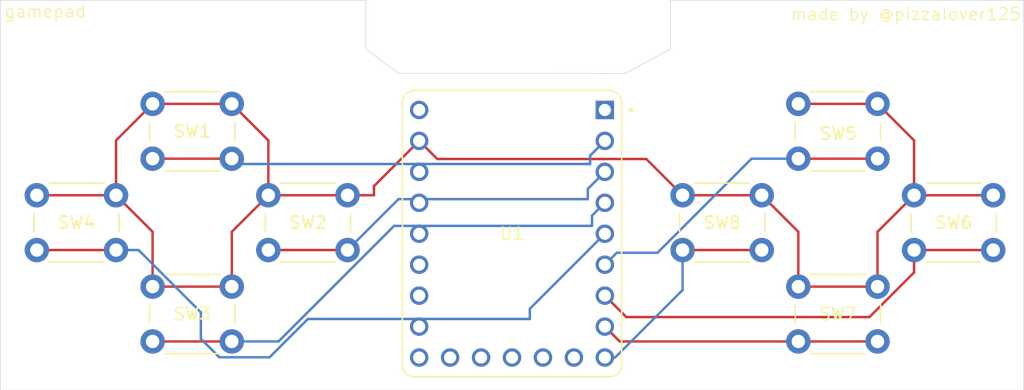
<source format=kicad_pcb>
(kicad_pcb (version 20240108) (generator "pcbnew") (generator_version "8.0")
  (layers (0 "F.Cu" signal) (31 "B.Cu" signal) (34 "B.Paste" user) (35 "F.Paste" user) (36 "B.SilkS" user "B.Silkscreen") (37 "F.SilkS" user "F.Silkscreen") (38 "B.Mask" user) (39 "F.Mask" user) (44 "Edge.Cuts" user))
  (net 0 "")
  (net 2 "GND")
  (net 4 "GP7")
  (net 5 "GP2")
  (net 6 "GP3")
  (net 8 "GP5")
  (net 11 "GP8")
  (net 13 "GP4")
  (net 14 "GP6")
  (net 16 "GP1")
  (net 23 "+5V")
  (footprint "Button_Switch_THT:SW_PUSH_6mm_H4.3mm" (layer "F.Cu") (at 105 50)
    (property "Reference" "SW6" (at 3.25 2.25 0) (layer "F.SilkS"))
    (property "Value" "SW_Push" (hide yes))
    (fp_line (start -0.25 1.5) (end -0.25 3) (stroke (width 0.12)) (layer "F.SilkS"))
    (fp_line (start 1 5.5) (end 5.5 5.5) (stroke (width 0.12)) (layer "F.SilkS"))
    (fp_line (start 5.5 -1) (end 1 -1) (stroke (width 0.12)) (layer "F.SilkS"))
    (fp_line (start 6.75 3) (end 6.75 1.5) (stroke (width 0.12)) (layer "F.SilkS"))
    (pad "1" thru_hole circle (at 0 0 90) (size 2 2) (drill 1.1) (layers "*.Cu" "*.Mask") (net 2 "GND"))
    (pad "1" thru_hole circle (at 6.5 0 90) (size 2 2) (drill 1.1) (layers "*.Cu" "*.Mask") (net 2 "GND"))
    (pad "2" thru_hole circle (at 0 4.5 90) (size 2 2) (drill 1.1) (layers "*.Cu" "*.Mask") (net 14 "GP6"))
    (pad "2" thru_hole circle (at 6.5 4.5 90) (size 2 2) (drill 1.1) (layers "*.Cu" "*.Mask") (net 14 "GP6"))
  )
  (footprint "Button_Switch_THT:SW_PUSH_6mm_H4.3mm" (layer "F.Cu") (at 42.5 42.5)
    (property "Reference" "SW1" (at 3.25 2.25 0) (layer "F.SilkS"))
    (property "Value" "SW_Push" (hide yes))
    (fp_line (start -0.25 1.5) (end -0.25 3) (stroke (width 0.12)) (layer "F.SilkS"))
    (fp_line (start 1 5.5) (end 5.5 5.5) (stroke (width 0.12)) (layer "F.SilkS"))
    (fp_line (start 5.5 -1) (end 1 -1) (stroke (width 0.12)) (layer "F.SilkS"))
    (fp_line (start 6.75 3) (end 6.75 1.5) (stroke (width 0.12)) (layer "F.SilkS"))
    (pad "1" thru_hole circle (at 0 0 90) (size 2 2) (drill 1.1) (layers "*.Cu" "*.Mask") (net 2 "GND"))
    (pad "1" thru_hole circle (at 6.5 0 90) (size 2 2) (drill 1.1) (layers "*.Cu" "*.Mask") (net 2 "GND"))
    (pad "2" thru_hole circle (at 0 4.5 90) (size 2 2) (drill 1.1) (layers "*.Cu" "*.Mask") (net 16 "GP1"))
    (pad "2" thru_hole circle (at 6.5 4.5 90) (size 2 2) (drill 1.1) (layers "*.Cu" "*.Mask") (net 16 "GP1"))
  )
  (footprint "Button_Switch_THT:SW_PUSH_6mm_H4.3mm" (layer "F.Cu") (at 42.5 57.5)
    (property "Reference" "SW3" (at 3.25 2.25 0) (layer "F.SilkS"))
    (property "Value" "SW_Push" (hide yes))
    (fp_line (start -0.25 1.5) (end -0.25 3) (stroke (width 0.12)) (layer "F.SilkS"))
    (fp_line (start 1 5.5) (end 5.5 5.5) (stroke (width 0.12)) (layer "F.SilkS"))
    (fp_line (start 5.5 -1) (end 1 -1) (stroke (width 0.12)) (layer "F.SilkS"))
    (fp_line (start 6.75 3) (end 6.75 1.5) (stroke (width 0.12)) (layer "F.SilkS"))
    (pad "1" thru_hole circle (at 0 0 90) (size 2 2) (drill 1.1) (layers "*.Cu" "*.Mask") (net 2 "GND"))
    (pad "1" thru_hole circle (at 6.5 0 90) (size 2 2) (drill 1.1) (layers "*.Cu" "*.Mask") (net 2 "GND"))
    (pad "2" thru_hole circle (at 0 4.5 90) (size 2 2) (drill 1.1) (layers "*.Cu" "*.Mask") (net 6 "GP3"))
    (pad "2" thru_hole circle (at 6.5 4.5 90) (size 2 2) (drill 1.1) (layers "*.Cu" "*.Mask") (net 6 "GP3"))
  )
  (footprint "Button_Switch_THT:SW_PUSH_6mm_H4.3mm" (layer "F.Cu") (at 95.5 57.5)
    (property "Reference" "SW7" (at 3.25 2.25 0) (layer "F.SilkS"))
    (property "Value" "SW_Push" (hide yes))
    (fp_line (start -0.25 1.5) (end -0.25 3) (stroke (width 0.12)) (layer "F.SilkS"))
    (fp_line (start 1 5.5) (end 5.5 5.5) (stroke (width 0.12)) (layer "F.SilkS"))
    (fp_line (start 5.5 -1) (end 1 -1) (stroke (width 0.12)) (layer "F.SilkS"))
    (fp_line (start 6.75 3) (end 6.75 1.5) (stroke (width 0.12)) (layer "F.SilkS"))
    (pad "1" thru_hole circle (at 0 0 90) (size 2 2) (drill 1.1) (layers "*.Cu" "*.Mask") (net 2 "GND"))
    (pad "1" thru_hole circle (at 6.5 0 90) (size 2 2) (drill 1.1) (layers "*.Cu" "*.Mask") (net 2 "GND"))
    (pad "2" thru_hole circle (at 0 4.5 90) (size 2 2) (drill 1.1) (layers "*.Cu" "*.Mask") (net 4 "GP7"))
    (pad "2" thru_hole circle (at 6.5 4.5 90) (size 2 2) (drill 1.1) (layers "*.Cu" "*.Mask") (net 4 "GP7"))
  )
  (footprint "Button_Switch_THT:SW_PUSH_6mm_H4.3mm" (layer "F.Cu") (at 52 50)
    (property "Reference" "SW2" (at 3.25 2.25 0) (layer "F.SilkS"))
    (property "Value" "SW_Push" (hide yes))
    (fp_line (start -0.25 1.5) (end -0.25 3) (stroke (width 0.12)) (layer "F.SilkS"))
    (fp_line (start 1 5.5) (end 5.5 5.5) (stroke (width 0.12)) (layer "F.SilkS"))
    (fp_line (start 5.5 -1) (end 1 -1) (stroke (width 0.12)) (layer "F.SilkS"))
    (fp_line (start 6.75 3) (end 6.75 1.5) (stroke (width 0.12)) (layer "F.SilkS"))
    (pad "1" thru_hole circle (at 0 0 90) (size 2 2) (drill 1.1) (layers "*.Cu" "*.Mask") (net 2 "GND"))
    (pad "1" thru_hole circle (at 6.5 0 90) (size 2 2) (drill 1.1) (layers "*.Cu" "*.Mask") (net 2 "GND"))
    (pad "2" thru_hole circle (at 0 4.5 90) (size 2 2) (drill 1.1) (layers "*.Cu" "*.Mask") (net 5 "GP2"))
    (pad "2" thru_hole circle (at 6.5 4.5 90) (size 2 2) (drill 1.1) (layers "*.Cu" "*.Mask") (net 5 "GP2"))
  )
  (footprint "Button_Switch_THT:SW_PUSH_6mm_H4.3mm" (layer "F.Cu") (at 86 50)
    (property "Reference" "SW8" (at 3.25 2.25 0) (layer "F.SilkS"))
    (property "Value" "SW_Push" (hide yes))
    (fp_line (start -0.25 1.5) (end -0.25 3) (stroke (width 0.12)) (layer "F.SilkS"))
    (fp_line (start 1 5.5) (end 5.5 5.5) (stroke (width 0.12)) (layer "F.SilkS"))
    (fp_line (start 5.5 -1) (end 1 -1) (stroke (width 0.12)) (layer "F.SilkS"))
    (fp_line (start 6.75 3) (end 6.75 1.5) (stroke (width 0.12)) (layer "F.SilkS"))
    (pad "1" thru_hole circle (at 0 0 90) (size 2 2) (drill 1.1) (layers "*.Cu" "*.Mask") (net 2 "GND"))
    (pad "1" thru_hole circle (at 6.5 0 90) (size 2 2) (drill 1.1) (layers "*.Cu" "*.Mask") (net 2 "GND"))
    (pad "2" thru_hole circle (at 0 4.5 90) (size 2 2) (drill 1.1) (layers "*.Cu" "*.Mask") (net 11 "GP8"))
    (pad "2" thru_hole circle (at 6.5 4.5 90) (size 2 2) (drill 1.1) (layers "*.Cu" "*.Mask") (net 11 "GP8"))
  )
  (footprint "Button_Switch_THT:SW_PUSH_6mm_H4.3mm" (layer "F.Cu") (at 33 50)
    (property "Reference" "SW4" (at 3.25 2.25 0) (layer "F.SilkS"))
    (property "Value" "SW_Push" (hide yes))
    (fp_line (start -0.25 1.5) (end -0.25 3) (stroke (width 0.12)) (layer "F.SilkS"))
    (fp_line (start 1 5.5) (end 5.5 5.5) (stroke (width 0.12)) (layer "F.SilkS"))
    (fp_line (start 5.5 -1) (end 1 -1) (stroke (width 0.12)) (layer "F.SilkS"))
    (fp_line (start 6.75 3) (end 6.75 1.5) (stroke (width 0.12)) (layer "F.SilkS"))
    (pad "1" thru_hole circle (at 0 0 90) (size 2 2) (drill 1.1) (layers "*.Cu" "*.Mask") (net 2 "GND"))
    (pad "1" thru_hole circle (at 6.5 0 90) (size 2 2) (drill 1.1) (layers "*.Cu" "*.Mask") (net 2 "GND"))
    (pad "2" thru_hole circle (at 0 4.5 90) (size 2 2) (drill 1.1) (layers "*.Cu" "*.Mask") (net 13 "GP4"))
    (pad "2" thru_hole circle (at 6.5 4.5 90) (size 2 2) (drill 1.1) (layers "*.Cu" "*.Mask") (net 13 "GP4"))
  )
  (footprint "Button_Switch_THT:SW_PUSH_6mm_H4.3mm" (layer "F.Cu") (at 95.5 42.5)
    (property "Reference" "SW5" (at 3.28 2.43 0) (layer "F.SilkS"))
    (property "Value" "SW_Push" (hide yes))
    (fp_line (start -0.25 1.5) (end -0.25 3) (stroke (width 0.12)) (layer "F.SilkS"))
    (fp_line (start 1 5.5) (end 5.5 5.5) (stroke (width 0.12)) (layer "F.SilkS"))
    (fp_line (start 5.5 -1) (end 1 -1) (stroke (width 0.12)) (layer "F.SilkS"))
    (fp_line (start 6.75 3) (end 6.75 1.5) (stroke (width 0.12)) (layer "F.SilkS"))
    (pad "1" thru_hole circle (at 0 0 90) (size 2 2) (drill 1.1) (layers "*.Cu" "*.Mask") (net 2 "GND"))
    (pad "1" thru_hole circle (at 6.5 0 90) (size 2 2) (drill 1.1) (layers "*.Cu" "*.Mask") (net 2 "GND"))
    (pad "2" thru_hole circle (at 0 4.5 90) (size 2 2) (drill 1.1) (layers "*.Cu" "*.Mask") (net 8 "GP5"))
    (pad "2" thru_hole circle (at 6.5 4.5 90) (size 2 2) (drill 1.1) (layers "*.Cu" "*.Mask") (net 8 "GP5"))
  )
  (footprint "RP2040 ZERO:MODULE_RP2040-ZERO" (layer "F.Cu") (at 72 53.16)
    (property "Reference" "U1" (at 0 0 0) (layer "F.SilkS"))
    (property "Value" "RP2040-ZERO")
    (fp_line (start -9 -10.75) (end -9 10.75) (stroke (width 0.127)) (layer "F.SilkS"))
    (fp_line (start -8 11.75) (end 8 11.75) (stroke (width 0.127)) (layer "F.SilkS"))
    (fp_line (start 8 -11.75) (end -8 -11.75) (stroke (width 0.127)) (layer "F.SilkS"))
    (fp_line (start 9 10.75) (end 9 -10.75) (stroke (width 0.127)) (layer "F.SilkS"))
    (fp_arc (start -9 -10.75) (mid -8.707107 -11.457107) (end -8 -11.75) (stroke (width 0.127)) (layer "F.SilkS"))
    (fp_arc (start -8 11.75) (mid -8.707107 11.457107) (end -9 10.75) (stroke (width 0.127)) (layer "F.SilkS"))
    (fp_arc (start 8 -11.75) (mid 8.707107 -11.457107) (end 9 -10.75) (stroke (width 0.127)) (layer "F.SilkS"))
    (fp_arc (start 9 10.75) (mid 8.707107 11.457107) (end 8 11.75) (stroke (width 0.127)) (layer "F.SilkS"))
    (fp_circle (center 9.75 -10.16) (end 9.85 -10.16) (stroke (width 0.2)) (fill none) (layer "F.SilkS"))
    (pad "1" thru_hole rect (at 7.62 -10.16) (size 1.508 1.508) (drill 1) (layers "*.Cu" "*.Mask"))
    (pad "2" thru_hole circle (at 7.62 -7.62) (size 1.508 1.508) (drill 1) (layers "*.Cu" "*.Mask") (net 16 "GP1"))
    (pad "3" thru_hole circle (at 7.62 -5.08) (size 1.508 1.508) (drill 1) (layers "*.Cu" "*.Mask") (net 5 "GP2"))
    (pad "4" thru_hole circle (at 7.62 -2.54) (size 1.508 1.508) (drill 1) (layers "*.Cu" "*.Mask") (net 6 "GP3"))
    (pad "5" thru_hole circle (at 7.62 0) (size 1.508 1.508) (drill 1) (layers "*.Cu" "*.Mask") (net 13 "GP4"))
    (pad "6" thru_hole circle (at 7.62 2.54) (size 1.508 1.508) (drill 1) (layers "*.Cu" "*.Mask") (net 8 "GP5"))
    (pad "7" thru_hole circle (at 7.62 5.08) (size 1.508 1.508) (drill 1) (layers "*.Cu" "*.Mask") (net 14 "GP6"))
    (pad "8" thru_hole circle (at 7.62 7.62) (size 1.508 1.508) (drill 1) (layers "*.Cu" "*.Mask") (net 4 "GP7"))
    (pad "9" thru_hole circle (at 7.62 10.16) (size 1.508 1.508) (drill 1) (layers "*.Cu" "*.Mask") (net 11 "GP8"))
    (pad "10" thru_hole circle (at 5.08 10.16) (size 1.508 1.508) (drill 1) (layers "*.Cu" "*.Mask"))
    (pad "11" thru_hole circle (at 2.54 10.16) (size 1.508 1.508) (drill 1) (layers "*.Cu" "*.Mask"))
    (pad "12" thru_hole circle (at 0 10.16) (size 1.508 1.508) (drill 1) (layers "*.Cu" "*.Mask"))
    (pad "13" thru_hole circle (at -2.54 10.16) (size 1.508 1.508) (drill 1) (layers "*.Cu" "*.Mask"))
    (pad "14" thru_hole circle (at -5.08 10.16) (size 1.508 1.508) (drill 1) (layers "*.Cu" "*.Mask"))
    (pad "15" thru_hole circle (at -7.62 10.16) (size 1.508 1.508) (drill 1) (layers "*.Cu" "*.Mask"))
    (pad "16" thru_hole circle (at -7.62 7.62) (size 1.508 1.508) (drill 1) (layers "*.Cu" "*.Mask"))
    (pad "17" thru_hole circle (at -7.62 5.08) (size 1.508 1.508) (drill 1) (layers "*.Cu" "*.Mask"))
    (pad "18" thru_hole circle (at -7.62 2.54) (size 1.508 1.508) (drill 1) (layers "*.Cu" "*.Mask"))
    (pad "19" thru_hole circle (at -7.62 0) (size 1.508 1.508) (drill 1) (layers "*.Cu" "*.Mask"))
    (pad "20" thru_hole circle (at -7.62 -2.54) (size 1.508 1.508) (drill 1) (layers "*.Cu" "*.Mask"))
    (pad "21" thru_hole circle (at -7.62 -5.08) (size 1.508 1.508) (drill 1) (layers "*.Cu" "*.Mask"))
    (pad "22" thru_hole circle (at -7.62 -7.62) (size 1.508 1.508) (drill 1) (layers "*.Cu" "*.Mask") (net 2 "GND"))
    (pad "23" thru_hole circle (at -7.62 -10.16) (size 1.508 1.508) (drill 1) (layers "*.Cu" "*.Mask") (net 23 "+5V"))
  )
  (gr_line (start 85 34) (end 114 34) (stroke (width 0.05)) (layer "Edge.Cuts"))
  (gr_line (start 30 34) (end 60 34) (stroke (width 0.05)) (layer "Edge.Cuts"))
  (gr_line (start 60 34) (end 60 38) (stroke (width 0.05)) (layer "Edge.Cuts"))
  (gr_line (start 114 34) (end 114 66) (stroke (width 0.05)) (layer "Edge.Cuts"))
  (gr_line (start 30 66) (end 114 66) (stroke (width 0.05)) (layer "Edge.Cuts"))
  (gr_line (start 60 38) (end 62.71 40) (stroke (width 0.05)) (layer "Edge.Cuts"))
  (gr_line (start 62.71 40) (end 81.28 40.01) (stroke (width 0.05)) (layer "Edge.Cuts"))
  (gr_line (start 30 66) (end 30 34) (stroke (width 0.05)) (layer "Edge.Cuts"))
  (gr_line (start 85 38) (end 81.28 40.01) (stroke (width 0.05)) (layer "Edge.Cuts"))
  (gr_line (start 85 34) (end 85 38) (stroke (width 0.05)) (layer "Edge.Cuts"))
  (gr_text "gamepad\n" (at 30.27 35.51 0) (layer "F.SilkS") (effects (font (size 1 1) (thickness 0.1)) (justify left bottom)))
  (gr_text "made by @pizzalover125\n" (at 94.8 35.72 0) (layer "F.SilkS") (effects (font (size 1 1) (thickness 0.1)) (justify left bottom)))
  (segment (start 102 53) (end 105 50) (width 0.2) (layer "F.Cu") (net 2))
  (segment (start 52 50) (end 58.5 50) (width 0.2) (layer "F.Cu") (net 2))
  (segment (start 39.5 50) (end 33 50) (width 0.2) (layer "F.Cu") (net 2))
  (segment (start 42.5 57.5) (end 49 57.5) (width 0.2) (layer "F.Cu") (net 2))
  (segment (start 42.5 42.5) (end 49 42.5) (width 0.2) (layer "F.Cu") (net 2))
  (segment (start 64.38 45.54) (end 60.67 49.25) (width 0.2) (layer "F.Cu") (net 2))
  (segment (start 105 50) (end 111.5 50) (width 0.2) (layer "F.Cu") (net 2))
  (segment (start 42.5 42.5) (end 39.5 45.5) (width 0.2) (layer "F.Cu") (net 2))
  (segment (start 83.026 47.026) (end 65.866 47.026) (width 0.2) (layer "F.Cu") (net 2))
  (segment (start 39.5 45.5) (end 39.5 50) (width 0.2) (layer "F.Cu") (net 2))
  (segment (start 60.67 49.25) (end 60.67 50) (width 0.2) (layer "F.Cu") (net 2))
  (segment (start 86 50) (end 83.026 47.026) (width 0.2) (layer "F.Cu") (net 2))
  (segment (start 60.67 50) (end 58.5 50) (width 0.2) (layer "F.Cu") (net 2))
  (segment (start 102 42.5) (end 95.5 42.5) (width 0.2) (layer "F.Cu") (net 2))
  (segment (start 95.5 53) (end 95.5 57.5) (width 0.2) (layer "F.Cu") (net 2))
  (segment (start 49 57.5) (end 49 53) (width 0.2) (layer "F.Cu") (net 2))
  (segment (start 105 45.5) (end 105 50) (width 0.2) (layer "F.Cu") (net 2))
  (segment (start 102 42.5) (end 105 45.5) (width 0.2) (layer "F.Cu") (net 2))
  (segment (start 52 45.5) (end 49 42.5) (width 0.2) (layer "F.Cu") (net 2))
  (segment (start 49 53) (end 52 50) (width 0.2) (layer "F.Cu") (net 2))
  (segment (start 39.5 50) (end 42.5 53) (width 0.2) (layer "F.Cu") (net 2))
  (segment (start 52 50) (end 52 45.5) (width 0.2) (layer "F.Cu") (net 2))
  (segment (start 86 50) (end 92.5 50) (width 0.2) (layer "F.Cu") (net 2))
  (segment (start 102 57.5) (end 102 53) (width 0.2) (layer "F.Cu") (net 2))
  (segment (start 42.5 53) (end 42.5 57.5) (width 0.2) (layer "F.Cu") (net 2))
  (segment (start 92.5 50) (end 95.5 53) (width 0.2) (layer "F.Cu") (net 2))
  (segment (start 65.866 47.026) (end 64.38 45.54) (width 0.2) (layer "F.Cu") (net 2))
  (segment (start 95.5 57.5) (end 102 57.5) (width 0.2) (layer "F.Cu") (net 2))
  (segment (start 80.84 62) (end 79.62 60.78) (width 0.2) (layer "F.Cu") (net 4))
  (segment (start 95.5 62) (end 80.84 62) (width 0.2) (layer "F.Cu") (net 4))
  (segment (start 95.5 62) (end 102 62) (width 0.2) (layer "F.Cu") (net 4))
  (segment (start 52 54.5) (end 58.5 54.5) (width 0.2) (layer "F.Cu") (net 5))
  (segment (start 78.22 50.32) (end 78.22 49.48) (width 0.2) (layer "B.Cu") (net 5))
  (segment (start 62.68 50.32) (end 78.22 50.32) (width 0.2) (layer "B.Cu") (net 5))
  (segment (start 78.22 49.48) (end 79.62 48.08) (width 0.2) (layer "B.Cu") (net 5))
  (segment (start 58.5 54.5) (end 62.68 50.32) (width 0.2) (layer "B.Cu") (net 5))
  (segment (start 42.5 62) (end 49 62) (width 0.2) (layer "F.Cu") (net 6))
  (segment (start 52.838478 62) (end 49 62) (width 0.2) (layer "B.Cu") (net 6))
  (segment (start 78.566 52.514) (end 78.566 51.674) (width 0.2) (layer "B.Cu") (net 6))
  (segment (start 78.566 52.514) (end 62.324478 52.514) (width 0.2) (layer "B.Cu") (net 6))
  (segment (start 78.566 51.674) (end 79.62 50.62) (width 0.2) (layer "B.Cu") (net 6))
  (segment (start 62.324478 52.514) (end 52.838478 62) (width 0.2) (layer "B.Cu") (net 6))
  (segment (start 95.5 47) (end 102 47) (width 0.2) (layer "F.Cu") (net 8))
  (segment (start 95.5 47) (end 91.661522 47) (width 0.2) (layer "B.Cu") (net 8))
  (segment (start 80.6 54.72) (end 79.62 55.7) (width 0.2) (layer "B.Cu") (net 8))
  (segment (start 83.941522 54.72) (end 80.6 54.72) (width 0.2) (layer "B.Cu") (net 8))
  (segment (start 91.661522 47) (end 83.941522 54.72) (width 0.2) (layer "B.Cu") (net 8))
  (segment (start 86 54.5) (end 92.5 54.5) (width 0.2) (layer "F.Cu") (net 11))
  (segment (start 86 54.5) (end 86 57.78) (width 0.2) (layer "B.Cu") (net 11))
  (segment (start 86 57.78) (end 80.46 63.32) (width 0.2) (layer "B.Cu") (net 11))
  (segment (start 80.46 63.32) (end 79.62 63.32) (width 0.2) (layer "B.Cu") (net 11))
  (segment (start 33 54.5) (end 39.5 54.5) (width 0.2) (layer "F.Cu") (net 13))
  (segment (start 52.104164 63.3) (end 47.98 63.3) (width 0.2) (layer "B.Cu") (net 13))
  (segment (start 73.462918 60.157082) (end 55.247082 60.157082) (width 0.2) (layer "B.Cu") (net 13))
  (segment (start 73.462918 59.317082) (end 79.62 53.16) (width 0.2) (layer "B.Cu") (net 13))
  (segment (start 46.461522 59.611522) (end 41.35 54.5) (width 0.2) (layer "B.Cu") (net 13))
  (segment (start 41.35 54.5) (end 39.5 54.5) (width 0.2) (layer "B.Cu") (net 13))
  (segment (start 47.98 63.3) (end 46.461522 61.781522) (width 0.2) (layer "B.Cu") (net 13))
  (segment (start 46.461522 61.781522) (end 46.461522 59.611522) (width 0.2) (layer "B.Cu") (net 13))
  (segment (start 55.247082 60.157082) (end 52.104164 63.3) (width 0.2) (layer "B.Cu") (net 13))
  (segment (start 73.462918 60.157082) (end 73.462918 59.317082) (width 0.2) (layer "B.Cu") (net 13))
  (segment (start 105 54.5) (end 105 56.338478) (width 0.2) (layer "F.Cu") (net 14))
  (segment (start 81.38 60) (end 79.62 58.24) (width 0.2) (layer "F.Cu") (net 14))
  (segment (start 101.338478 60) (end 81.38 60) (width 0.2) (layer "F.Cu") (net 14))
  (segment (start 105 54.5) (end 111.5 54.5) (width 0.2) (layer "F.Cu") (net 14))
  (segment (start 105 56.338478) (end 101.338478 60) (width 0.2) (layer "F.Cu") (net 14))
  (segment (start 42.5 47) (end 49 47) (width 0.2) (layer "F.Cu") (net 16))
  (segment (start 49 47) (end 49.434 47.434) (width 0.2) (layer "B.Cu") (net 16))
  (segment (start 49.434 47.434) (end 78.41 47.434) (width 0.2) (layer "B.Cu") (net 16))
  (segment (start 78.41 47.434) (end 78.41 46.75) (width 0.2) (layer "B.Cu") (net 16))
  (segment (start 78.41 47.434) (end 78.06 47.434) (width 0.2) (layer "B.Cu") (net 16))
  (segment (start 78.41 46.75) (end 79.62 45.54) (width 0.2) (layer "B.Cu") (net 16))
)
</source>
